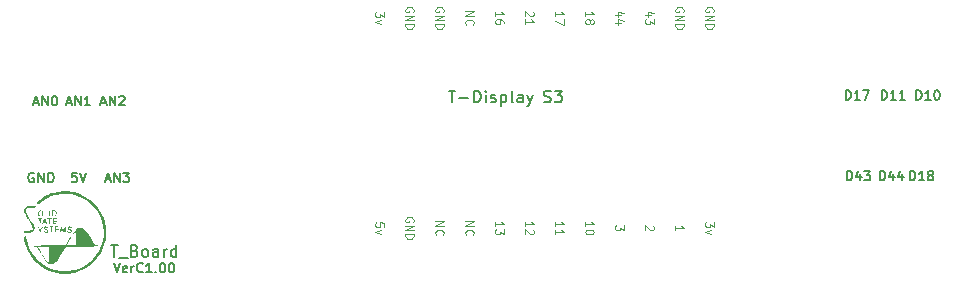
<source format=gbr>
%TF.GenerationSoftware,KiCad,Pcbnew,(7.0.0)*%
%TF.CreationDate,2023-12-04T19:22:37-08:00*%
%TF.ProjectId,Top_Board,546f705f-426f-4617-9264-2e6b69636164,0*%
%TF.SameCoordinates,Original*%
%TF.FileFunction,Legend,Top*%
%TF.FilePolarity,Positive*%
%FSLAX46Y46*%
G04 Gerber Fmt 4.6, Leading zero omitted, Abs format (unit mm)*
G04 Created by KiCad (PCBNEW (7.0.0)) date 2023-12-04 19:22:37*
%MOMM*%
%LPD*%
G01*
G04 APERTURE LIST*
%ADD10C,0.150000*%
%ADD11C,0.100000*%
G04 APERTURE END LIST*
D10*
X114325523Y-94807333D02*
X114706476Y-94807333D01*
X114249333Y-95035904D02*
X114516000Y-94235904D01*
X114516000Y-94235904D02*
X114782666Y-95035904D01*
X115049333Y-95035904D02*
X115049333Y-94235904D01*
X115049333Y-94235904D02*
X115506476Y-95035904D01*
X115506476Y-95035904D02*
X115506476Y-94235904D01*
X116039809Y-94235904D02*
X116115999Y-94235904D01*
X116115999Y-94235904D02*
X116192190Y-94274000D01*
X116192190Y-94274000D02*
X116230285Y-94312095D01*
X116230285Y-94312095D02*
X116268380Y-94388285D01*
X116268380Y-94388285D02*
X116306475Y-94540666D01*
X116306475Y-94540666D02*
X116306475Y-94731142D01*
X116306475Y-94731142D02*
X116268380Y-94883523D01*
X116268380Y-94883523D02*
X116230285Y-94959714D01*
X116230285Y-94959714D02*
X116192190Y-94997809D01*
X116192190Y-94997809D02*
X116115999Y-95035904D01*
X116115999Y-95035904D02*
X116039809Y-95035904D01*
X116039809Y-95035904D02*
X115963618Y-94997809D01*
X115963618Y-94997809D02*
X115925523Y-94959714D01*
X115925523Y-94959714D02*
X115887428Y-94883523D01*
X115887428Y-94883523D02*
X115849332Y-94731142D01*
X115849332Y-94731142D02*
X115849332Y-94540666D01*
X115849332Y-94540666D02*
X115887428Y-94388285D01*
X115887428Y-94388285D02*
X115925523Y-94312095D01*
X115925523Y-94312095D02*
X115963618Y-94274000D01*
X115963618Y-94274000D02*
X116039809Y-94235904D01*
X149447238Y-93778380D02*
X150018666Y-93778380D01*
X149732952Y-94778380D02*
X149732952Y-93778380D01*
X150352000Y-94397428D02*
X151113905Y-94397428D01*
X151590095Y-94778380D02*
X151590095Y-93778380D01*
X151590095Y-93778380D02*
X151828190Y-93778380D01*
X151828190Y-93778380D02*
X151971047Y-93826000D01*
X151971047Y-93826000D02*
X152066285Y-93921238D01*
X152066285Y-93921238D02*
X152113904Y-94016476D01*
X152113904Y-94016476D02*
X152161523Y-94206952D01*
X152161523Y-94206952D02*
X152161523Y-94349809D01*
X152161523Y-94349809D02*
X152113904Y-94540285D01*
X152113904Y-94540285D02*
X152066285Y-94635523D01*
X152066285Y-94635523D02*
X151971047Y-94730761D01*
X151971047Y-94730761D02*
X151828190Y-94778380D01*
X151828190Y-94778380D02*
X151590095Y-94778380D01*
X152590095Y-94778380D02*
X152590095Y-94111714D01*
X152590095Y-93778380D02*
X152542476Y-93826000D01*
X152542476Y-93826000D02*
X152590095Y-93873619D01*
X152590095Y-93873619D02*
X152637714Y-93826000D01*
X152637714Y-93826000D02*
X152590095Y-93778380D01*
X152590095Y-93778380D02*
X152590095Y-93873619D01*
X153018666Y-94730761D02*
X153113904Y-94778380D01*
X153113904Y-94778380D02*
X153304380Y-94778380D01*
X153304380Y-94778380D02*
X153399618Y-94730761D01*
X153399618Y-94730761D02*
X153447237Y-94635523D01*
X153447237Y-94635523D02*
X153447237Y-94587904D01*
X153447237Y-94587904D02*
X153399618Y-94492666D01*
X153399618Y-94492666D02*
X153304380Y-94445047D01*
X153304380Y-94445047D02*
X153161523Y-94445047D01*
X153161523Y-94445047D02*
X153066285Y-94397428D01*
X153066285Y-94397428D02*
X153018666Y-94302190D01*
X153018666Y-94302190D02*
X153018666Y-94254571D01*
X153018666Y-94254571D02*
X153066285Y-94159333D01*
X153066285Y-94159333D02*
X153161523Y-94111714D01*
X153161523Y-94111714D02*
X153304380Y-94111714D01*
X153304380Y-94111714D02*
X153399618Y-94159333D01*
X153875809Y-94111714D02*
X153875809Y-95111714D01*
X153875809Y-94159333D02*
X153971047Y-94111714D01*
X153971047Y-94111714D02*
X154161523Y-94111714D01*
X154161523Y-94111714D02*
X154256761Y-94159333D01*
X154256761Y-94159333D02*
X154304380Y-94206952D01*
X154304380Y-94206952D02*
X154351999Y-94302190D01*
X154351999Y-94302190D02*
X154351999Y-94587904D01*
X154351999Y-94587904D02*
X154304380Y-94683142D01*
X154304380Y-94683142D02*
X154256761Y-94730761D01*
X154256761Y-94730761D02*
X154161523Y-94778380D01*
X154161523Y-94778380D02*
X153971047Y-94778380D01*
X153971047Y-94778380D02*
X153875809Y-94730761D01*
X154923428Y-94778380D02*
X154828190Y-94730761D01*
X154828190Y-94730761D02*
X154780571Y-94635523D01*
X154780571Y-94635523D02*
X154780571Y-93778380D01*
X155732952Y-94778380D02*
X155732952Y-94254571D01*
X155732952Y-94254571D02*
X155685333Y-94159333D01*
X155685333Y-94159333D02*
X155590095Y-94111714D01*
X155590095Y-94111714D02*
X155399619Y-94111714D01*
X155399619Y-94111714D02*
X155304381Y-94159333D01*
X155732952Y-94730761D02*
X155637714Y-94778380D01*
X155637714Y-94778380D02*
X155399619Y-94778380D01*
X155399619Y-94778380D02*
X155304381Y-94730761D01*
X155304381Y-94730761D02*
X155256762Y-94635523D01*
X155256762Y-94635523D02*
X155256762Y-94540285D01*
X155256762Y-94540285D02*
X155304381Y-94445047D01*
X155304381Y-94445047D02*
X155399619Y-94397428D01*
X155399619Y-94397428D02*
X155637714Y-94397428D01*
X155637714Y-94397428D02*
X155732952Y-94349809D01*
X156113905Y-94111714D02*
X156352000Y-94778380D01*
X156590095Y-94111714D02*
X156352000Y-94778380D01*
X156352000Y-94778380D02*
X156256762Y-95016476D01*
X156256762Y-95016476D02*
X156209143Y-95064095D01*
X156209143Y-95064095D02*
X156113905Y-95111714D01*
X157523429Y-94730761D02*
X157666286Y-94778380D01*
X157666286Y-94778380D02*
X157904381Y-94778380D01*
X157904381Y-94778380D02*
X157999619Y-94730761D01*
X157999619Y-94730761D02*
X158047238Y-94683142D01*
X158047238Y-94683142D02*
X158094857Y-94587904D01*
X158094857Y-94587904D02*
X158094857Y-94492666D01*
X158094857Y-94492666D02*
X158047238Y-94397428D01*
X158047238Y-94397428D02*
X157999619Y-94349809D01*
X157999619Y-94349809D02*
X157904381Y-94302190D01*
X157904381Y-94302190D02*
X157713905Y-94254571D01*
X157713905Y-94254571D02*
X157618667Y-94206952D01*
X157618667Y-94206952D02*
X157571048Y-94159333D01*
X157571048Y-94159333D02*
X157523429Y-94064095D01*
X157523429Y-94064095D02*
X157523429Y-93968857D01*
X157523429Y-93968857D02*
X157571048Y-93873619D01*
X157571048Y-93873619D02*
X157618667Y-93826000D01*
X157618667Y-93826000D02*
X157713905Y-93778380D01*
X157713905Y-93778380D02*
X157952000Y-93778380D01*
X157952000Y-93778380D02*
X158094857Y-93826000D01*
X158428191Y-93778380D02*
X159047238Y-93778380D01*
X159047238Y-93778380D02*
X158713905Y-94159333D01*
X158713905Y-94159333D02*
X158856762Y-94159333D01*
X158856762Y-94159333D02*
X158952000Y-94206952D01*
X158952000Y-94206952D02*
X158999619Y-94254571D01*
X158999619Y-94254571D02*
X159047238Y-94349809D01*
X159047238Y-94349809D02*
X159047238Y-94587904D01*
X159047238Y-94587904D02*
X158999619Y-94683142D01*
X158999619Y-94683142D02*
X158952000Y-94730761D01*
X158952000Y-94730761D02*
X158856762Y-94778380D01*
X158856762Y-94778380D02*
X158571048Y-94778380D01*
X158571048Y-94778380D02*
X158475810Y-94730761D01*
X158475810Y-94730761D02*
X158428191Y-94683142D01*
X120421523Y-101284333D02*
X120802476Y-101284333D01*
X120345333Y-101512904D02*
X120612000Y-100712904D01*
X120612000Y-100712904D02*
X120878666Y-101512904D01*
X121145333Y-101512904D02*
X121145333Y-100712904D01*
X121145333Y-100712904D02*
X121602476Y-101512904D01*
X121602476Y-101512904D02*
X121602476Y-100712904D01*
X121907237Y-100712904D02*
X122402475Y-100712904D01*
X122402475Y-100712904D02*
X122135809Y-101017666D01*
X122135809Y-101017666D02*
X122250094Y-101017666D01*
X122250094Y-101017666D02*
X122326285Y-101055761D01*
X122326285Y-101055761D02*
X122364380Y-101093857D01*
X122364380Y-101093857D02*
X122402475Y-101170047D01*
X122402475Y-101170047D02*
X122402475Y-101360523D01*
X122402475Y-101360523D02*
X122364380Y-101436714D01*
X122364380Y-101436714D02*
X122326285Y-101474809D01*
X122326285Y-101474809D02*
X122250094Y-101512904D01*
X122250094Y-101512904D02*
X122021523Y-101512904D01*
X122021523Y-101512904D02*
X121945332Y-101474809D01*
X121945332Y-101474809D02*
X121907237Y-101436714D01*
X188512571Y-101385904D02*
X188512571Y-100585904D01*
X188512571Y-100585904D02*
X188703047Y-100585904D01*
X188703047Y-100585904D02*
X188817333Y-100624000D01*
X188817333Y-100624000D02*
X188893523Y-100700190D01*
X188893523Y-100700190D02*
X188931618Y-100776380D01*
X188931618Y-100776380D02*
X188969714Y-100928761D01*
X188969714Y-100928761D02*
X188969714Y-101043047D01*
X188969714Y-101043047D02*
X188931618Y-101195428D01*
X188931618Y-101195428D02*
X188893523Y-101271619D01*
X188893523Y-101271619D02*
X188817333Y-101347809D01*
X188817333Y-101347809D02*
X188703047Y-101385904D01*
X188703047Y-101385904D02*
X188512571Y-101385904D01*
X189731618Y-101385904D02*
X189274475Y-101385904D01*
X189503047Y-101385904D02*
X189503047Y-100585904D01*
X189503047Y-100585904D02*
X189426856Y-100700190D01*
X189426856Y-100700190D02*
X189350666Y-100776380D01*
X189350666Y-100776380D02*
X189274475Y-100814476D01*
X190188761Y-100928761D02*
X190112571Y-100890666D01*
X190112571Y-100890666D02*
X190074476Y-100852571D01*
X190074476Y-100852571D02*
X190036380Y-100776380D01*
X190036380Y-100776380D02*
X190036380Y-100738285D01*
X190036380Y-100738285D02*
X190074476Y-100662095D01*
X190074476Y-100662095D02*
X190112571Y-100624000D01*
X190112571Y-100624000D02*
X190188761Y-100585904D01*
X190188761Y-100585904D02*
X190341142Y-100585904D01*
X190341142Y-100585904D02*
X190417333Y-100624000D01*
X190417333Y-100624000D02*
X190455428Y-100662095D01*
X190455428Y-100662095D02*
X190493523Y-100738285D01*
X190493523Y-100738285D02*
X190493523Y-100776380D01*
X190493523Y-100776380D02*
X190455428Y-100852571D01*
X190455428Y-100852571D02*
X190417333Y-100890666D01*
X190417333Y-100890666D02*
X190341142Y-100928761D01*
X190341142Y-100928761D02*
X190188761Y-100928761D01*
X190188761Y-100928761D02*
X190112571Y-100966857D01*
X190112571Y-100966857D02*
X190074476Y-101004952D01*
X190074476Y-101004952D02*
X190036380Y-101081142D01*
X190036380Y-101081142D02*
X190036380Y-101233523D01*
X190036380Y-101233523D02*
X190074476Y-101309714D01*
X190074476Y-101309714D02*
X190112571Y-101347809D01*
X190112571Y-101347809D02*
X190188761Y-101385904D01*
X190188761Y-101385904D02*
X190341142Y-101385904D01*
X190341142Y-101385904D02*
X190417333Y-101347809D01*
X190417333Y-101347809D02*
X190455428Y-101309714D01*
X190455428Y-101309714D02*
X190493523Y-101233523D01*
X190493523Y-101233523D02*
X190493523Y-101081142D01*
X190493523Y-101081142D02*
X190455428Y-101004952D01*
X190455428Y-101004952D02*
X190417333Y-100966857D01*
X190417333Y-100966857D02*
X190341142Y-100928761D01*
X121107190Y-108372904D02*
X121373857Y-109172904D01*
X121373857Y-109172904D02*
X121640523Y-108372904D01*
X122211952Y-109134809D02*
X122135761Y-109172904D01*
X122135761Y-109172904D02*
X121983380Y-109172904D01*
X121983380Y-109172904D02*
X121907190Y-109134809D01*
X121907190Y-109134809D02*
X121869094Y-109058619D01*
X121869094Y-109058619D02*
X121869094Y-108753857D01*
X121869094Y-108753857D02*
X121907190Y-108677666D01*
X121907190Y-108677666D02*
X121983380Y-108639571D01*
X121983380Y-108639571D02*
X122135761Y-108639571D01*
X122135761Y-108639571D02*
X122211952Y-108677666D01*
X122211952Y-108677666D02*
X122250047Y-108753857D01*
X122250047Y-108753857D02*
X122250047Y-108830047D01*
X122250047Y-108830047D02*
X121869094Y-108906238D01*
X122592904Y-109172904D02*
X122592904Y-108639571D01*
X122592904Y-108791952D02*
X122630999Y-108715761D01*
X122630999Y-108715761D02*
X122669094Y-108677666D01*
X122669094Y-108677666D02*
X122745285Y-108639571D01*
X122745285Y-108639571D02*
X122821475Y-108639571D01*
X123545285Y-109096714D02*
X123507189Y-109134809D01*
X123507189Y-109134809D02*
X123392904Y-109172904D01*
X123392904Y-109172904D02*
X123316713Y-109172904D01*
X123316713Y-109172904D02*
X123202427Y-109134809D01*
X123202427Y-109134809D02*
X123126237Y-109058619D01*
X123126237Y-109058619D02*
X123088142Y-108982428D01*
X123088142Y-108982428D02*
X123050046Y-108830047D01*
X123050046Y-108830047D02*
X123050046Y-108715761D01*
X123050046Y-108715761D02*
X123088142Y-108563380D01*
X123088142Y-108563380D02*
X123126237Y-108487190D01*
X123126237Y-108487190D02*
X123202427Y-108411000D01*
X123202427Y-108411000D02*
X123316713Y-108372904D01*
X123316713Y-108372904D02*
X123392904Y-108372904D01*
X123392904Y-108372904D02*
X123507189Y-108411000D01*
X123507189Y-108411000D02*
X123545285Y-108449095D01*
X124307189Y-109172904D02*
X123850046Y-109172904D01*
X124078618Y-109172904D02*
X124078618Y-108372904D01*
X124078618Y-108372904D02*
X124002427Y-108487190D01*
X124002427Y-108487190D02*
X123926237Y-108563380D01*
X123926237Y-108563380D02*
X123850046Y-108601476D01*
X124650047Y-109096714D02*
X124688142Y-109134809D01*
X124688142Y-109134809D02*
X124650047Y-109172904D01*
X124650047Y-109172904D02*
X124611951Y-109134809D01*
X124611951Y-109134809D02*
X124650047Y-109096714D01*
X124650047Y-109096714D02*
X124650047Y-109172904D01*
X125183380Y-108372904D02*
X125259570Y-108372904D01*
X125259570Y-108372904D02*
X125335761Y-108411000D01*
X125335761Y-108411000D02*
X125373856Y-108449095D01*
X125373856Y-108449095D02*
X125411951Y-108525285D01*
X125411951Y-108525285D02*
X125450046Y-108677666D01*
X125450046Y-108677666D02*
X125450046Y-108868142D01*
X125450046Y-108868142D02*
X125411951Y-109020523D01*
X125411951Y-109020523D02*
X125373856Y-109096714D01*
X125373856Y-109096714D02*
X125335761Y-109134809D01*
X125335761Y-109134809D02*
X125259570Y-109172904D01*
X125259570Y-109172904D02*
X125183380Y-109172904D01*
X125183380Y-109172904D02*
X125107189Y-109134809D01*
X125107189Y-109134809D02*
X125069094Y-109096714D01*
X125069094Y-109096714D02*
X125030999Y-109020523D01*
X125030999Y-109020523D02*
X124992903Y-108868142D01*
X124992903Y-108868142D02*
X124992903Y-108677666D01*
X124992903Y-108677666D02*
X125030999Y-108525285D01*
X125030999Y-108525285D02*
X125069094Y-108449095D01*
X125069094Y-108449095D02*
X125107189Y-108411000D01*
X125107189Y-108411000D02*
X125183380Y-108372904D01*
X125945285Y-108372904D02*
X126021475Y-108372904D01*
X126021475Y-108372904D02*
X126097666Y-108411000D01*
X126097666Y-108411000D02*
X126135761Y-108449095D01*
X126135761Y-108449095D02*
X126173856Y-108525285D01*
X126173856Y-108525285D02*
X126211951Y-108677666D01*
X126211951Y-108677666D02*
X126211951Y-108868142D01*
X126211951Y-108868142D02*
X126173856Y-109020523D01*
X126173856Y-109020523D02*
X126135761Y-109096714D01*
X126135761Y-109096714D02*
X126097666Y-109134809D01*
X126097666Y-109134809D02*
X126021475Y-109172904D01*
X126021475Y-109172904D02*
X125945285Y-109172904D01*
X125945285Y-109172904D02*
X125869094Y-109134809D01*
X125869094Y-109134809D02*
X125830999Y-109096714D01*
X125830999Y-109096714D02*
X125792904Y-109020523D01*
X125792904Y-109020523D02*
X125754808Y-108868142D01*
X125754808Y-108868142D02*
X125754808Y-108677666D01*
X125754808Y-108677666D02*
X125792904Y-108525285D01*
X125792904Y-108525285D02*
X125830999Y-108449095D01*
X125830999Y-108449095D02*
X125869094Y-108411000D01*
X125869094Y-108411000D02*
X125945285Y-108372904D01*
X114325476Y-100751000D02*
X114249286Y-100712904D01*
X114249286Y-100712904D02*
X114135000Y-100712904D01*
X114135000Y-100712904D02*
X114020714Y-100751000D01*
X114020714Y-100751000D02*
X113944524Y-100827190D01*
X113944524Y-100827190D02*
X113906429Y-100903380D01*
X113906429Y-100903380D02*
X113868333Y-101055761D01*
X113868333Y-101055761D02*
X113868333Y-101170047D01*
X113868333Y-101170047D02*
X113906429Y-101322428D01*
X113906429Y-101322428D02*
X113944524Y-101398619D01*
X113944524Y-101398619D02*
X114020714Y-101474809D01*
X114020714Y-101474809D02*
X114135000Y-101512904D01*
X114135000Y-101512904D02*
X114211191Y-101512904D01*
X114211191Y-101512904D02*
X114325476Y-101474809D01*
X114325476Y-101474809D02*
X114363572Y-101436714D01*
X114363572Y-101436714D02*
X114363572Y-101170047D01*
X114363572Y-101170047D02*
X114211191Y-101170047D01*
X114706429Y-101512904D02*
X114706429Y-100712904D01*
X114706429Y-100712904D02*
X115163572Y-101512904D01*
X115163572Y-101512904D02*
X115163572Y-100712904D01*
X115544524Y-101512904D02*
X115544524Y-100712904D01*
X115544524Y-100712904D02*
X115735000Y-100712904D01*
X115735000Y-100712904D02*
X115849286Y-100751000D01*
X115849286Y-100751000D02*
X115925476Y-100827190D01*
X115925476Y-100827190D02*
X115963571Y-100903380D01*
X115963571Y-100903380D02*
X116001667Y-101055761D01*
X116001667Y-101055761D02*
X116001667Y-101170047D01*
X116001667Y-101170047D02*
X115963571Y-101322428D01*
X115963571Y-101322428D02*
X115925476Y-101398619D01*
X115925476Y-101398619D02*
X115849286Y-101474809D01*
X115849286Y-101474809D02*
X115735000Y-101512904D01*
X115735000Y-101512904D02*
X115544524Y-101512904D01*
X189035571Y-94549904D02*
X189035571Y-93749904D01*
X189035571Y-93749904D02*
X189226047Y-93749904D01*
X189226047Y-93749904D02*
X189340333Y-93788000D01*
X189340333Y-93788000D02*
X189416523Y-93864190D01*
X189416523Y-93864190D02*
X189454618Y-93940380D01*
X189454618Y-93940380D02*
X189492714Y-94092761D01*
X189492714Y-94092761D02*
X189492714Y-94207047D01*
X189492714Y-94207047D02*
X189454618Y-94359428D01*
X189454618Y-94359428D02*
X189416523Y-94435619D01*
X189416523Y-94435619D02*
X189340333Y-94511809D01*
X189340333Y-94511809D02*
X189226047Y-94549904D01*
X189226047Y-94549904D02*
X189035571Y-94549904D01*
X190254618Y-94549904D02*
X189797475Y-94549904D01*
X190026047Y-94549904D02*
X190026047Y-93749904D01*
X190026047Y-93749904D02*
X189949856Y-93864190D01*
X189949856Y-93864190D02*
X189873666Y-93940380D01*
X189873666Y-93940380D02*
X189797475Y-93978476D01*
X190749857Y-93749904D02*
X190826047Y-93749904D01*
X190826047Y-93749904D02*
X190902238Y-93788000D01*
X190902238Y-93788000D02*
X190940333Y-93826095D01*
X190940333Y-93826095D02*
X190978428Y-93902285D01*
X190978428Y-93902285D02*
X191016523Y-94054666D01*
X191016523Y-94054666D02*
X191016523Y-94245142D01*
X191016523Y-94245142D02*
X190978428Y-94397523D01*
X190978428Y-94397523D02*
X190940333Y-94473714D01*
X190940333Y-94473714D02*
X190902238Y-94511809D01*
X190902238Y-94511809D02*
X190826047Y-94549904D01*
X190826047Y-94549904D02*
X190749857Y-94549904D01*
X190749857Y-94549904D02*
X190673666Y-94511809D01*
X190673666Y-94511809D02*
X190635571Y-94473714D01*
X190635571Y-94473714D02*
X190597476Y-94397523D01*
X190597476Y-94397523D02*
X190559380Y-94245142D01*
X190559380Y-94245142D02*
X190559380Y-94054666D01*
X190559380Y-94054666D02*
X190597476Y-93902285D01*
X190597476Y-93902285D02*
X190635571Y-93826095D01*
X190635571Y-93826095D02*
X190673666Y-93788000D01*
X190673666Y-93788000D02*
X190749857Y-93749904D01*
X117957619Y-100712904D02*
X117576667Y-100712904D01*
X117576667Y-100712904D02*
X117538571Y-101093857D01*
X117538571Y-101093857D02*
X117576667Y-101055761D01*
X117576667Y-101055761D02*
X117652857Y-101017666D01*
X117652857Y-101017666D02*
X117843333Y-101017666D01*
X117843333Y-101017666D02*
X117919524Y-101055761D01*
X117919524Y-101055761D02*
X117957619Y-101093857D01*
X117957619Y-101093857D02*
X117995714Y-101170047D01*
X117995714Y-101170047D02*
X117995714Y-101360523D01*
X117995714Y-101360523D02*
X117957619Y-101436714D01*
X117957619Y-101436714D02*
X117919524Y-101474809D01*
X117919524Y-101474809D02*
X117843333Y-101512904D01*
X117843333Y-101512904D02*
X117652857Y-101512904D01*
X117652857Y-101512904D02*
X117576667Y-101474809D01*
X117576667Y-101474809D02*
X117538571Y-101436714D01*
X118224286Y-100712904D02*
X118490953Y-101512904D01*
X118490953Y-101512904D02*
X118757619Y-100712904D01*
X183066571Y-94549904D02*
X183066571Y-93749904D01*
X183066571Y-93749904D02*
X183257047Y-93749904D01*
X183257047Y-93749904D02*
X183371333Y-93788000D01*
X183371333Y-93788000D02*
X183447523Y-93864190D01*
X183447523Y-93864190D02*
X183485618Y-93940380D01*
X183485618Y-93940380D02*
X183523714Y-94092761D01*
X183523714Y-94092761D02*
X183523714Y-94207047D01*
X183523714Y-94207047D02*
X183485618Y-94359428D01*
X183485618Y-94359428D02*
X183447523Y-94435619D01*
X183447523Y-94435619D02*
X183371333Y-94511809D01*
X183371333Y-94511809D02*
X183257047Y-94549904D01*
X183257047Y-94549904D02*
X183066571Y-94549904D01*
X184285618Y-94549904D02*
X183828475Y-94549904D01*
X184057047Y-94549904D02*
X184057047Y-93749904D01*
X184057047Y-93749904D02*
X183980856Y-93864190D01*
X183980856Y-93864190D02*
X183904666Y-93940380D01*
X183904666Y-93940380D02*
X183828475Y-93978476D01*
X184552285Y-93749904D02*
X185085619Y-93749904D01*
X185085619Y-93749904D02*
X184742761Y-94549904D01*
X120872238Y-106859380D02*
X121443666Y-106859380D01*
X121157952Y-107859380D02*
X121157952Y-106859380D01*
X121538905Y-107954619D02*
X122300809Y-107954619D01*
X122872238Y-107335571D02*
X123015095Y-107383190D01*
X123015095Y-107383190D02*
X123062714Y-107430809D01*
X123062714Y-107430809D02*
X123110333Y-107526047D01*
X123110333Y-107526047D02*
X123110333Y-107668904D01*
X123110333Y-107668904D02*
X123062714Y-107764142D01*
X123062714Y-107764142D02*
X123015095Y-107811761D01*
X123015095Y-107811761D02*
X122919857Y-107859380D01*
X122919857Y-107859380D02*
X122538905Y-107859380D01*
X122538905Y-107859380D02*
X122538905Y-106859380D01*
X122538905Y-106859380D02*
X122872238Y-106859380D01*
X122872238Y-106859380D02*
X122967476Y-106907000D01*
X122967476Y-106907000D02*
X123015095Y-106954619D01*
X123015095Y-106954619D02*
X123062714Y-107049857D01*
X123062714Y-107049857D02*
X123062714Y-107145095D01*
X123062714Y-107145095D02*
X123015095Y-107240333D01*
X123015095Y-107240333D02*
X122967476Y-107287952D01*
X122967476Y-107287952D02*
X122872238Y-107335571D01*
X122872238Y-107335571D02*
X122538905Y-107335571D01*
X123681762Y-107859380D02*
X123586524Y-107811761D01*
X123586524Y-107811761D02*
X123538905Y-107764142D01*
X123538905Y-107764142D02*
X123491286Y-107668904D01*
X123491286Y-107668904D02*
X123491286Y-107383190D01*
X123491286Y-107383190D02*
X123538905Y-107287952D01*
X123538905Y-107287952D02*
X123586524Y-107240333D01*
X123586524Y-107240333D02*
X123681762Y-107192714D01*
X123681762Y-107192714D02*
X123824619Y-107192714D01*
X123824619Y-107192714D02*
X123919857Y-107240333D01*
X123919857Y-107240333D02*
X123967476Y-107287952D01*
X123967476Y-107287952D02*
X124015095Y-107383190D01*
X124015095Y-107383190D02*
X124015095Y-107668904D01*
X124015095Y-107668904D02*
X123967476Y-107764142D01*
X123967476Y-107764142D02*
X123919857Y-107811761D01*
X123919857Y-107811761D02*
X123824619Y-107859380D01*
X123824619Y-107859380D02*
X123681762Y-107859380D01*
X124872238Y-107859380D02*
X124872238Y-107335571D01*
X124872238Y-107335571D02*
X124824619Y-107240333D01*
X124824619Y-107240333D02*
X124729381Y-107192714D01*
X124729381Y-107192714D02*
X124538905Y-107192714D01*
X124538905Y-107192714D02*
X124443667Y-107240333D01*
X124872238Y-107811761D02*
X124777000Y-107859380D01*
X124777000Y-107859380D02*
X124538905Y-107859380D01*
X124538905Y-107859380D02*
X124443667Y-107811761D01*
X124443667Y-107811761D02*
X124396048Y-107716523D01*
X124396048Y-107716523D02*
X124396048Y-107621285D01*
X124396048Y-107621285D02*
X124443667Y-107526047D01*
X124443667Y-107526047D02*
X124538905Y-107478428D01*
X124538905Y-107478428D02*
X124777000Y-107478428D01*
X124777000Y-107478428D02*
X124872238Y-107430809D01*
X125348429Y-107859380D02*
X125348429Y-107192714D01*
X125348429Y-107383190D02*
X125396048Y-107287952D01*
X125396048Y-107287952D02*
X125443667Y-107240333D01*
X125443667Y-107240333D02*
X125538905Y-107192714D01*
X125538905Y-107192714D02*
X125634143Y-107192714D01*
X126396048Y-107859380D02*
X126396048Y-106859380D01*
X126396048Y-107811761D02*
X126300810Y-107859380D01*
X126300810Y-107859380D02*
X126110334Y-107859380D01*
X126110334Y-107859380D02*
X126015096Y-107811761D01*
X126015096Y-107811761D02*
X125967477Y-107764142D01*
X125967477Y-107764142D02*
X125919858Y-107668904D01*
X125919858Y-107668904D02*
X125919858Y-107383190D01*
X125919858Y-107383190D02*
X125967477Y-107287952D01*
X125967477Y-107287952D02*
X126015096Y-107240333D01*
X126015096Y-107240333D02*
X126110334Y-107192714D01*
X126110334Y-107192714D02*
X126300810Y-107192714D01*
X126300810Y-107192714D02*
X126396048Y-107240333D01*
X186114571Y-94549904D02*
X186114571Y-93749904D01*
X186114571Y-93749904D02*
X186305047Y-93749904D01*
X186305047Y-93749904D02*
X186419333Y-93788000D01*
X186419333Y-93788000D02*
X186495523Y-93864190D01*
X186495523Y-93864190D02*
X186533618Y-93940380D01*
X186533618Y-93940380D02*
X186571714Y-94092761D01*
X186571714Y-94092761D02*
X186571714Y-94207047D01*
X186571714Y-94207047D02*
X186533618Y-94359428D01*
X186533618Y-94359428D02*
X186495523Y-94435619D01*
X186495523Y-94435619D02*
X186419333Y-94511809D01*
X186419333Y-94511809D02*
X186305047Y-94549904D01*
X186305047Y-94549904D02*
X186114571Y-94549904D01*
X187333618Y-94549904D02*
X186876475Y-94549904D01*
X187105047Y-94549904D02*
X187105047Y-93749904D01*
X187105047Y-93749904D02*
X187028856Y-93864190D01*
X187028856Y-93864190D02*
X186952666Y-93940380D01*
X186952666Y-93940380D02*
X186876475Y-93978476D01*
X188095523Y-94549904D02*
X187638380Y-94549904D01*
X187866952Y-94549904D02*
X187866952Y-93749904D01*
X187866952Y-93749904D02*
X187790761Y-93864190D01*
X187790761Y-93864190D02*
X187714571Y-93940380D01*
X187714571Y-93940380D02*
X187638380Y-93978476D01*
X183178571Y-101385904D02*
X183178571Y-100585904D01*
X183178571Y-100585904D02*
X183369047Y-100585904D01*
X183369047Y-100585904D02*
X183483333Y-100624000D01*
X183483333Y-100624000D02*
X183559523Y-100700190D01*
X183559523Y-100700190D02*
X183597618Y-100776380D01*
X183597618Y-100776380D02*
X183635714Y-100928761D01*
X183635714Y-100928761D02*
X183635714Y-101043047D01*
X183635714Y-101043047D02*
X183597618Y-101195428D01*
X183597618Y-101195428D02*
X183559523Y-101271619D01*
X183559523Y-101271619D02*
X183483333Y-101347809D01*
X183483333Y-101347809D02*
X183369047Y-101385904D01*
X183369047Y-101385904D02*
X183178571Y-101385904D01*
X184321428Y-100852571D02*
X184321428Y-101385904D01*
X184130952Y-100547809D02*
X183940475Y-101119238D01*
X183940475Y-101119238D02*
X184435714Y-101119238D01*
X184664285Y-100585904D02*
X185159523Y-100585904D01*
X185159523Y-100585904D02*
X184892857Y-100890666D01*
X184892857Y-100890666D02*
X185007142Y-100890666D01*
X185007142Y-100890666D02*
X185083333Y-100928761D01*
X185083333Y-100928761D02*
X185121428Y-100966857D01*
X185121428Y-100966857D02*
X185159523Y-101043047D01*
X185159523Y-101043047D02*
X185159523Y-101233523D01*
X185159523Y-101233523D02*
X185121428Y-101309714D01*
X185121428Y-101309714D02*
X185083333Y-101347809D01*
X185083333Y-101347809D02*
X185007142Y-101385904D01*
X185007142Y-101385904D02*
X184778571Y-101385904D01*
X184778571Y-101385904D02*
X184702380Y-101347809D01*
X184702380Y-101347809D02*
X184664285Y-101309714D01*
X120040523Y-94807333D02*
X120421476Y-94807333D01*
X119964333Y-95035904D02*
X120231000Y-94235904D01*
X120231000Y-94235904D02*
X120497666Y-95035904D01*
X120764333Y-95035904D02*
X120764333Y-94235904D01*
X120764333Y-94235904D02*
X121221476Y-95035904D01*
X121221476Y-95035904D02*
X121221476Y-94235904D01*
X121564332Y-94312095D02*
X121602428Y-94274000D01*
X121602428Y-94274000D02*
X121678618Y-94235904D01*
X121678618Y-94235904D02*
X121869094Y-94235904D01*
X121869094Y-94235904D02*
X121945285Y-94274000D01*
X121945285Y-94274000D02*
X121983380Y-94312095D01*
X121983380Y-94312095D02*
X122021475Y-94388285D01*
X122021475Y-94388285D02*
X122021475Y-94464476D01*
X122021475Y-94464476D02*
X121983380Y-94578761D01*
X121983380Y-94578761D02*
X121526237Y-95035904D01*
X121526237Y-95035904D02*
X122021475Y-95035904D01*
X185972571Y-101385904D02*
X185972571Y-100585904D01*
X185972571Y-100585904D02*
X186163047Y-100585904D01*
X186163047Y-100585904D02*
X186277333Y-100624000D01*
X186277333Y-100624000D02*
X186353523Y-100700190D01*
X186353523Y-100700190D02*
X186391618Y-100776380D01*
X186391618Y-100776380D02*
X186429714Y-100928761D01*
X186429714Y-100928761D02*
X186429714Y-101043047D01*
X186429714Y-101043047D02*
X186391618Y-101195428D01*
X186391618Y-101195428D02*
X186353523Y-101271619D01*
X186353523Y-101271619D02*
X186277333Y-101347809D01*
X186277333Y-101347809D02*
X186163047Y-101385904D01*
X186163047Y-101385904D02*
X185972571Y-101385904D01*
X187115428Y-100852571D02*
X187115428Y-101385904D01*
X186924952Y-100547809D02*
X186734475Y-101119238D01*
X186734475Y-101119238D02*
X187229714Y-101119238D01*
X187877333Y-100852571D02*
X187877333Y-101385904D01*
X187686857Y-100547809D02*
X187496380Y-101119238D01*
X187496380Y-101119238D02*
X187991619Y-101119238D01*
X117119523Y-94807333D02*
X117500476Y-94807333D01*
X117043333Y-95035904D02*
X117310000Y-94235904D01*
X117310000Y-94235904D02*
X117576666Y-95035904D01*
X117843333Y-95035904D02*
X117843333Y-94235904D01*
X117843333Y-94235904D02*
X118300476Y-95035904D01*
X118300476Y-95035904D02*
X118300476Y-94235904D01*
X119100475Y-95035904D02*
X118643332Y-95035904D01*
X118871904Y-95035904D02*
X118871904Y-94235904D01*
X118871904Y-94235904D02*
X118795713Y-94350190D01*
X118795713Y-94350190D02*
X118719523Y-94426380D01*
X118719523Y-94426380D02*
X118643332Y-94464476D01*
D11*
%TO.C,U1*%
X148332833Y-104860000D02*
X149032833Y-104860000D01*
X149032833Y-104860000D02*
X148332833Y-105260000D01*
X148332833Y-105260000D02*
X149032833Y-105260000D01*
X148399500Y-105993333D02*
X148366166Y-105960000D01*
X148366166Y-105960000D02*
X148332833Y-105860000D01*
X148332833Y-105860000D02*
X148332833Y-105793333D01*
X148332833Y-105793333D02*
X148366166Y-105693333D01*
X148366166Y-105693333D02*
X148432833Y-105626667D01*
X148432833Y-105626667D02*
X148499500Y-105593333D01*
X148499500Y-105593333D02*
X148632833Y-105560000D01*
X148632833Y-105560000D02*
X148732833Y-105560000D01*
X148732833Y-105560000D02*
X148866166Y-105593333D01*
X148866166Y-105593333D02*
X148932833Y-105626667D01*
X148932833Y-105626667D02*
X148999500Y-105693333D01*
X148999500Y-105693333D02*
X149032833Y-105793333D01*
X149032833Y-105793333D02*
X149032833Y-105860000D01*
X149032833Y-105860000D02*
X148999500Y-105960000D01*
X148999500Y-105960000D02*
X148966166Y-105993333D01*
X146459500Y-104876667D02*
X146492833Y-104810000D01*
X146492833Y-104810000D02*
X146492833Y-104710000D01*
X146492833Y-104710000D02*
X146459500Y-104610000D01*
X146459500Y-104610000D02*
X146392833Y-104543334D01*
X146392833Y-104543334D02*
X146326166Y-104510000D01*
X146326166Y-104510000D02*
X146192833Y-104476667D01*
X146192833Y-104476667D02*
X146092833Y-104476667D01*
X146092833Y-104476667D02*
X145959500Y-104510000D01*
X145959500Y-104510000D02*
X145892833Y-104543334D01*
X145892833Y-104543334D02*
X145826166Y-104610000D01*
X145826166Y-104610000D02*
X145792833Y-104710000D01*
X145792833Y-104710000D02*
X145792833Y-104776667D01*
X145792833Y-104776667D02*
X145826166Y-104876667D01*
X145826166Y-104876667D02*
X145859500Y-104910000D01*
X145859500Y-104910000D02*
X146092833Y-104910000D01*
X146092833Y-104910000D02*
X146092833Y-104776667D01*
X145792833Y-105210000D02*
X146492833Y-105210000D01*
X146492833Y-105210000D02*
X145792833Y-105610000D01*
X145792833Y-105610000D02*
X146492833Y-105610000D01*
X145792833Y-105943333D02*
X146492833Y-105943333D01*
X146492833Y-105943333D02*
X146492833Y-106110000D01*
X146492833Y-106110000D02*
X146459500Y-106210000D01*
X146459500Y-106210000D02*
X146392833Y-106276667D01*
X146392833Y-106276667D02*
X146326166Y-106310000D01*
X146326166Y-106310000D02*
X146192833Y-106343333D01*
X146192833Y-106343333D02*
X146092833Y-106343333D01*
X146092833Y-106343333D02*
X145959500Y-106310000D01*
X145959500Y-106310000D02*
X145892833Y-106276667D01*
X145892833Y-106276667D02*
X145826166Y-106210000D01*
X145826166Y-106210000D02*
X145792833Y-106110000D01*
X145792833Y-106110000D02*
X145792833Y-105943333D01*
X161032833Y-87482284D02*
X161032833Y-87082284D01*
X161032833Y-87282284D02*
X161732833Y-87282284D01*
X161732833Y-87282284D02*
X161632833Y-87215617D01*
X161632833Y-87215617D02*
X161566166Y-87148951D01*
X161566166Y-87148951D02*
X161532833Y-87082284D01*
X161432833Y-87882284D02*
X161466166Y-87815618D01*
X161466166Y-87815618D02*
X161499500Y-87782284D01*
X161499500Y-87782284D02*
X161566166Y-87748951D01*
X161566166Y-87748951D02*
X161599500Y-87748951D01*
X161599500Y-87748951D02*
X161666166Y-87782284D01*
X161666166Y-87782284D02*
X161699500Y-87815618D01*
X161699500Y-87815618D02*
X161732833Y-87882284D01*
X161732833Y-87882284D02*
X161732833Y-88015618D01*
X161732833Y-88015618D02*
X161699500Y-88082284D01*
X161699500Y-88082284D02*
X161666166Y-88115618D01*
X161666166Y-88115618D02*
X161599500Y-88148951D01*
X161599500Y-88148951D02*
X161566166Y-88148951D01*
X161566166Y-88148951D02*
X161499500Y-88115618D01*
X161499500Y-88115618D02*
X161466166Y-88082284D01*
X161466166Y-88082284D02*
X161432833Y-88015618D01*
X161432833Y-88015618D02*
X161432833Y-87882284D01*
X161432833Y-87882284D02*
X161399500Y-87815618D01*
X161399500Y-87815618D02*
X161366166Y-87782284D01*
X161366166Y-87782284D02*
X161299500Y-87748951D01*
X161299500Y-87748951D02*
X161166166Y-87748951D01*
X161166166Y-87748951D02*
X161099500Y-87782284D01*
X161099500Y-87782284D02*
X161066166Y-87815618D01*
X161066166Y-87815618D02*
X161032833Y-87882284D01*
X161032833Y-87882284D02*
X161032833Y-88015618D01*
X161032833Y-88015618D02*
X161066166Y-88082284D01*
X161066166Y-88082284D02*
X161099500Y-88115618D01*
X161099500Y-88115618D02*
X161166166Y-88148951D01*
X161166166Y-88148951D02*
X161299500Y-88148951D01*
X161299500Y-88148951D02*
X161366166Y-88115618D01*
X161366166Y-88115618D02*
X161399500Y-88082284D01*
X161399500Y-88082284D02*
X161432833Y-88015618D01*
X156586166Y-87082284D02*
X156619500Y-87115617D01*
X156619500Y-87115617D02*
X156652833Y-87182284D01*
X156652833Y-87182284D02*
X156652833Y-87348951D01*
X156652833Y-87348951D02*
X156619500Y-87415617D01*
X156619500Y-87415617D02*
X156586166Y-87448951D01*
X156586166Y-87448951D02*
X156519500Y-87482284D01*
X156519500Y-87482284D02*
X156452833Y-87482284D01*
X156452833Y-87482284D02*
X156352833Y-87448951D01*
X156352833Y-87448951D02*
X155952833Y-87048951D01*
X155952833Y-87048951D02*
X155952833Y-87482284D01*
X155952833Y-88148951D02*
X155952833Y-87748951D01*
X155952833Y-87948951D02*
X156652833Y-87948951D01*
X156652833Y-87948951D02*
X156552833Y-87882284D01*
X156552833Y-87882284D02*
X156486166Y-87815618D01*
X156486166Y-87815618D02*
X156452833Y-87748951D01*
X169319500Y-87096667D02*
X169352833Y-87030000D01*
X169352833Y-87030000D02*
X169352833Y-86930000D01*
X169352833Y-86930000D02*
X169319500Y-86830000D01*
X169319500Y-86830000D02*
X169252833Y-86763334D01*
X169252833Y-86763334D02*
X169186166Y-86730000D01*
X169186166Y-86730000D02*
X169052833Y-86696667D01*
X169052833Y-86696667D02*
X168952833Y-86696667D01*
X168952833Y-86696667D02*
X168819500Y-86730000D01*
X168819500Y-86730000D02*
X168752833Y-86763334D01*
X168752833Y-86763334D02*
X168686166Y-86830000D01*
X168686166Y-86830000D02*
X168652833Y-86930000D01*
X168652833Y-86930000D02*
X168652833Y-86996667D01*
X168652833Y-86996667D02*
X168686166Y-87096667D01*
X168686166Y-87096667D02*
X168719500Y-87130000D01*
X168719500Y-87130000D02*
X168952833Y-87130000D01*
X168952833Y-87130000D02*
X168952833Y-86996667D01*
X168652833Y-87430000D02*
X169352833Y-87430000D01*
X169352833Y-87430000D02*
X168652833Y-87830000D01*
X168652833Y-87830000D02*
X169352833Y-87830000D01*
X168652833Y-88163333D02*
X169352833Y-88163333D01*
X169352833Y-88163333D02*
X169352833Y-88330000D01*
X169352833Y-88330000D02*
X169319500Y-88430000D01*
X169319500Y-88430000D02*
X169252833Y-88496667D01*
X169252833Y-88496667D02*
X169186166Y-88530000D01*
X169186166Y-88530000D02*
X169052833Y-88563333D01*
X169052833Y-88563333D02*
X168952833Y-88563333D01*
X168952833Y-88563333D02*
X168819500Y-88530000D01*
X168819500Y-88530000D02*
X168752833Y-88496667D01*
X168752833Y-88496667D02*
X168686166Y-88430000D01*
X168686166Y-88430000D02*
X168652833Y-88330000D01*
X168652833Y-88330000D02*
X168652833Y-88163333D01*
X158492833Y-87482284D02*
X158492833Y-87082284D01*
X158492833Y-87282284D02*
X159192833Y-87282284D01*
X159192833Y-87282284D02*
X159092833Y-87215617D01*
X159092833Y-87215617D02*
X159026166Y-87148951D01*
X159026166Y-87148951D02*
X158992833Y-87082284D01*
X159192833Y-87715618D02*
X159192833Y-88182284D01*
X159192833Y-88182284D02*
X158492833Y-87882284D01*
X158492833Y-105276666D02*
X158492833Y-104876666D01*
X158492833Y-105076666D02*
X159192833Y-105076666D01*
X159192833Y-105076666D02*
X159092833Y-105009999D01*
X159092833Y-105009999D02*
X159026166Y-104943333D01*
X159026166Y-104943333D02*
X158992833Y-104876666D01*
X158492833Y-105943333D02*
X158492833Y-105543333D01*
X158492833Y-105743333D02*
X159192833Y-105743333D01*
X159192833Y-105743333D02*
X159092833Y-105676666D01*
X159092833Y-105676666D02*
X159026166Y-105610000D01*
X159026166Y-105610000D02*
X158992833Y-105543333D01*
X153412833Y-105276666D02*
X153412833Y-104876666D01*
X153412833Y-105076666D02*
X154112833Y-105076666D01*
X154112833Y-105076666D02*
X154012833Y-105009999D01*
X154012833Y-105009999D02*
X153946166Y-104943333D01*
X153946166Y-104943333D02*
X153912833Y-104876666D01*
X154112833Y-105510000D02*
X154112833Y-105943333D01*
X154112833Y-105943333D02*
X153846166Y-105710000D01*
X153846166Y-105710000D02*
X153846166Y-105810000D01*
X153846166Y-105810000D02*
X153812833Y-105876666D01*
X153812833Y-105876666D02*
X153779500Y-105910000D01*
X153779500Y-105910000D02*
X153712833Y-105943333D01*
X153712833Y-105943333D02*
X153546166Y-105943333D01*
X153546166Y-105943333D02*
X153479500Y-105910000D01*
X153479500Y-105910000D02*
X153446166Y-105876666D01*
X153446166Y-105876666D02*
X153412833Y-105810000D01*
X153412833Y-105810000D02*
X153412833Y-105610000D01*
X153412833Y-105610000D02*
X153446166Y-105543333D01*
X153446166Y-105543333D02*
X153479500Y-105510000D01*
X166579500Y-87415617D02*
X166112833Y-87415617D01*
X166846166Y-87248951D02*
X166346166Y-87082284D01*
X166346166Y-87082284D02*
X166346166Y-87515617D01*
X166812833Y-87715618D02*
X166812833Y-88148951D01*
X166812833Y-88148951D02*
X166546166Y-87915618D01*
X166546166Y-87915618D02*
X166546166Y-88015618D01*
X166546166Y-88015618D02*
X166512833Y-88082284D01*
X166512833Y-88082284D02*
X166479500Y-88115618D01*
X166479500Y-88115618D02*
X166412833Y-88148951D01*
X166412833Y-88148951D02*
X166246166Y-88148951D01*
X166246166Y-88148951D02*
X166179500Y-88115618D01*
X166179500Y-88115618D02*
X166146166Y-88082284D01*
X166146166Y-88082284D02*
X166112833Y-88015618D01*
X166112833Y-88015618D02*
X166112833Y-87815618D01*
X166112833Y-87815618D02*
X166146166Y-87748951D01*
X166146166Y-87748951D02*
X166179500Y-87715618D01*
X150872833Y-87065618D02*
X151572833Y-87065618D01*
X151572833Y-87065618D02*
X150872833Y-87465618D01*
X150872833Y-87465618D02*
X151572833Y-87465618D01*
X150939500Y-88198951D02*
X150906166Y-88165618D01*
X150906166Y-88165618D02*
X150872833Y-88065618D01*
X150872833Y-88065618D02*
X150872833Y-87998951D01*
X150872833Y-87998951D02*
X150906166Y-87898951D01*
X150906166Y-87898951D02*
X150972833Y-87832285D01*
X150972833Y-87832285D02*
X151039500Y-87798951D01*
X151039500Y-87798951D02*
X151172833Y-87765618D01*
X151172833Y-87765618D02*
X151272833Y-87765618D01*
X151272833Y-87765618D02*
X151406166Y-87798951D01*
X151406166Y-87798951D02*
X151472833Y-87832285D01*
X151472833Y-87832285D02*
X151539500Y-87898951D01*
X151539500Y-87898951D02*
X151572833Y-87998951D01*
X151572833Y-87998951D02*
X151572833Y-88065618D01*
X151572833Y-88065618D02*
X151539500Y-88165618D01*
X151539500Y-88165618D02*
X151506166Y-88198951D01*
X155952833Y-105276666D02*
X155952833Y-104876666D01*
X155952833Y-105076666D02*
X156652833Y-105076666D01*
X156652833Y-105076666D02*
X156552833Y-105009999D01*
X156552833Y-105009999D02*
X156486166Y-104943333D01*
X156486166Y-104943333D02*
X156452833Y-104876666D01*
X156586166Y-105543333D02*
X156619500Y-105576666D01*
X156619500Y-105576666D02*
X156652833Y-105643333D01*
X156652833Y-105643333D02*
X156652833Y-105810000D01*
X156652833Y-105810000D02*
X156619500Y-105876666D01*
X156619500Y-105876666D02*
X156586166Y-105910000D01*
X156586166Y-105910000D02*
X156519500Y-105943333D01*
X156519500Y-105943333D02*
X156452833Y-105943333D01*
X156452833Y-105943333D02*
X156352833Y-105910000D01*
X156352833Y-105910000D02*
X155952833Y-105510000D01*
X155952833Y-105510000D02*
X155952833Y-105943333D01*
X161032833Y-105276666D02*
X161032833Y-104876666D01*
X161032833Y-105076666D02*
X161732833Y-105076666D01*
X161732833Y-105076666D02*
X161632833Y-105009999D01*
X161632833Y-105009999D02*
X161566166Y-104943333D01*
X161566166Y-104943333D02*
X161532833Y-104876666D01*
X161732833Y-105710000D02*
X161732833Y-105776666D01*
X161732833Y-105776666D02*
X161699500Y-105843333D01*
X161699500Y-105843333D02*
X161666166Y-105876666D01*
X161666166Y-105876666D02*
X161599500Y-105910000D01*
X161599500Y-105910000D02*
X161466166Y-105943333D01*
X161466166Y-105943333D02*
X161299500Y-105943333D01*
X161299500Y-105943333D02*
X161166166Y-105910000D01*
X161166166Y-105910000D02*
X161099500Y-105876666D01*
X161099500Y-105876666D02*
X161066166Y-105843333D01*
X161066166Y-105843333D02*
X161032833Y-105776666D01*
X161032833Y-105776666D02*
X161032833Y-105710000D01*
X161032833Y-105710000D02*
X161066166Y-105643333D01*
X161066166Y-105643333D02*
X161099500Y-105610000D01*
X161099500Y-105610000D02*
X161166166Y-105576666D01*
X161166166Y-105576666D02*
X161299500Y-105543333D01*
X161299500Y-105543333D02*
X161466166Y-105543333D01*
X161466166Y-105543333D02*
X161599500Y-105576666D01*
X161599500Y-105576666D02*
X161666166Y-105610000D01*
X161666166Y-105610000D02*
X161699500Y-105643333D01*
X161699500Y-105643333D02*
X161732833Y-105710000D01*
X164039500Y-87415617D02*
X163572833Y-87415617D01*
X164306166Y-87248951D02*
X163806166Y-87082284D01*
X163806166Y-87082284D02*
X163806166Y-87515617D01*
X164039500Y-88082284D02*
X163572833Y-88082284D01*
X164306166Y-87915618D02*
X163806166Y-87748951D01*
X163806166Y-87748951D02*
X163806166Y-88182284D01*
X148999500Y-87096667D02*
X149032833Y-87030000D01*
X149032833Y-87030000D02*
X149032833Y-86930000D01*
X149032833Y-86930000D02*
X148999500Y-86830000D01*
X148999500Y-86830000D02*
X148932833Y-86763334D01*
X148932833Y-86763334D02*
X148866166Y-86730000D01*
X148866166Y-86730000D02*
X148732833Y-86696667D01*
X148732833Y-86696667D02*
X148632833Y-86696667D01*
X148632833Y-86696667D02*
X148499500Y-86730000D01*
X148499500Y-86730000D02*
X148432833Y-86763334D01*
X148432833Y-86763334D02*
X148366166Y-86830000D01*
X148366166Y-86830000D02*
X148332833Y-86930000D01*
X148332833Y-86930000D02*
X148332833Y-86996667D01*
X148332833Y-86996667D02*
X148366166Y-87096667D01*
X148366166Y-87096667D02*
X148399500Y-87130000D01*
X148399500Y-87130000D02*
X148632833Y-87130000D01*
X148632833Y-87130000D02*
X148632833Y-86996667D01*
X148332833Y-87430000D02*
X149032833Y-87430000D01*
X149032833Y-87430000D02*
X148332833Y-87830000D01*
X148332833Y-87830000D02*
X149032833Y-87830000D01*
X148332833Y-88163333D02*
X149032833Y-88163333D01*
X149032833Y-88163333D02*
X149032833Y-88330000D01*
X149032833Y-88330000D02*
X148999500Y-88430000D01*
X148999500Y-88430000D02*
X148932833Y-88496667D01*
X148932833Y-88496667D02*
X148866166Y-88530000D01*
X148866166Y-88530000D02*
X148732833Y-88563333D01*
X148732833Y-88563333D02*
X148632833Y-88563333D01*
X148632833Y-88563333D02*
X148499500Y-88530000D01*
X148499500Y-88530000D02*
X148432833Y-88496667D01*
X148432833Y-88496667D02*
X148366166Y-88430000D01*
X148366166Y-88430000D02*
X148332833Y-88330000D01*
X148332833Y-88330000D02*
X148332833Y-88163333D01*
X168652833Y-105610000D02*
X168652833Y-105210000D01*
X168652833Y-105410000D02*
X169352833Y-105410000D01*
X169352833Y-105410000D02*
X169252833Y-105343333D01*
X169252833Y-105343333D02*
X169186166Y-105276667D01*
X169186166Y-105276667D02*
X169152833Y-105210000D01*
X150872833Y-104860000D02*
X151572833Y-104860000D01*
X151572833Y-104860000D02*
X150872833Y-105260000D01*
X150872833Y-105260000D02*
X151572833Y-105260000D01*
X150939500Y-105993333D02*
X150906166Y-105960000D01*
X150906166Y-105960000D02*
X150872833Y-105860000D01*
X150872833Y-105860000D02*
X150872833Y-105793333D01*
X150872833Y-105793333D02*
X150906166Y-105693333D01*
X150906166Y-105693333D02*
X150972833Y-105626667D01*
X150972833Y-105626667D02*
X151039500Y-105593333D01*
X151039500Y-105593333D02*
X151172833Y-105560000D01*
X151172833Y-105560000D02*
X151272833Y-105560000D01*
X151272833Y-105560000D02*
X151406166Y-105593333D01*
X151406166Y-105593333D02*
X151472833Y-105626667D01*
X151472833Y-105626667D02*
X151539500Y-105693333D01*
X151539500Y-105693333D02*
X151572833Y-105793333D01*
X151572833Y-105793333D02*
X151572833Y-105860000D01*
X151572833Y-105860000D02*
X151539500Y-105960000D01*
X151539500Y-105960000D02*
X151506166Y-105993333D01*
X153412833Y-87482284D02*
X153412833Y-87082284D01*
X153412833Y-87282284D02*
X154112833Y-87282284D01*
X154112833Y-87282284D02*
X154012833Y-87215617D01*
X154012833Y-87215617D02*
X153946166Y-87148951D01*
X153946166Y-87148951D02*
X153912833Y-87082284D01*
X154112833Y-88082284D02*
X154112833Y-87948951D01*
X154112833Y-87948951D02*
X154079500Y-87882284D01*
X154079500Y-87882284D02*
X154046166Y-87848951D01*
X154046166Y-87848951D02*
X153946166Y-87782284D01*
X153946166Y-87782284D02*
X153812833Y-87748951D01*
X153812833Y-87748951D02*
X153546166Y-87748951D01*
X153546166Y-87748951D02*
X153479500Y-87782284D01*
X153479500Y-87782284D02*
X153446166Y-87815618D01*
X153446166Y-87815618D02*
X153412833Y-87882284D01*
X153412833Y-87882284D02*
X153412833Y-88015618D01*
X153412833Y-88015618D02*
X153446166Y-88082284D01*
X153446166Y-88082284D02*
X153479500Y-88115618D01*
X153479500Y-88115618D02*
X153546166Y-88148951D01*
X153546166Y-88148951D02*
X153712833Y-88148951D01*
X153712833Y-88148951D02*
X153779500Y-88115618D01*
X153779500Y-88115618D02*
X153812833Y-88082284D01*
X153812833Y-88082284D02*
X153846166Y-88015618D01*
X153846166Y-88015618D02*
X153846166Y-87882284D01*
X153846166Y-87882284D02*
X153812833Y-87815618D01*
X153812833Y-87815618D02*
X153779500Y-87782284D01*
X153779500Y-87782284D02*
X153712833Y-87748951D01*
X171892833Y-104910000D02*
X171892833Y-105343333D01*
X171892833Y-105343333D02*
X171626166Y-105110000D01*
X171626166Y-105110000D02*
X171626166Y-105210000D01*
X171626166Y-105210000D02*
X171592833Y-105276666D01*
X171592833Y-105276666D02*
X171559500Y-105310000D01*
X171559500Y-105310000D02*
X171492833Y-105343333D01*
X171492833Y-105343333D02*
X171326166Y-105343333D01*
X171326166Y-105343333D02*
X171259500Y-105310000D01*
X171259500Y-105310000D02*
X171226166Y-105276666D01*
X171226166Y-105276666D02*
X171192833Y-105210000D01*
X171192833Y-105210000D02*
X171192833Y-105010000D01*
X171192833Y-105010000D02*
X171226166Y-104943333D01*
X171226166Y-104943333D02*
X171259500Y-104910000D01*
X171659500Y-105576667D02*
X171192833Y-105743333D01*
X171192833Y-105743333D02*
X171659500Y-105910000D01*
X143952833Y-87130000D02*
X143952833Y-87563333D01*
X143952833Y-87563333D02*
X143686166Y-87330000D01*
X143686166Y-87330000D02*
X143686166Y-87430000D01*
X143686166Y-87430000D02*
X143652833Y-87496666D01*
X143652833Y-87496666D02*
X143619500Y-87530000D01*
X143619500Y-87530000D02*
X143552833Y-87563333D01*
X143552833Y-87563333D02*
X143386166Y-87563333D01*
X143386166Y-87563333D02*
X143319500Y-87530000D01*
X143319500Y-87530000D02*
X143286166Y-87496666D01*
X143286166Y-87496666D02*
X143252833Y-87430000D01*
X143252833Y-87430000D02*
X143252833Y-87230000D01*
X143252833Y-87230000D02*
X143286166Y-87163333D01*
X143286166Y-87163333D02*
X143319500Y-87130000D01*
X143719500Y-87796667D02*
X143252833Y-87963333D01*
X143252833Y-87963333D02*
X143719500Y-88130000D01*
X143952833Y-105310000D02*
X143952833Y-104976666D01*
X143952833Y-104976666D02*
X143619500Y-104943333D01*
X143619500Y-104943333D02*
X143652833Y-104976666D01*
X143652833Y-104976666D02*
X143686166Y-105043333D01*
X143686166Y-105043333D02*
X143686166Y-105210000D01*
X143686166Y-105210000D02*
X143652833Y-105276666D01*
X143652833Y-105276666D02*
X143619500Y-105310000D01*
X143619500Y-105310000D02*
X143552833Y-105343333D01*
X143552833Y-105343333D02*
X143386166Y-105343333D01*
X143386166Y-105343333D02*
X143319500Y-105310000D01*
X143319500Y-105310000D02*
X143286166Y-105276666D01*
X143286166Y-105276666D02*
X143252833Y-105210000D01*
X143252833Y-105210000D02*
X143252833Y-105043333D01*
X143252833Y-105043333D02*
X143286166Y-104976666D01*
X143286166Y-104976666D02*
X143319500Y-104943333D01*
X143719500Y-105576667D02*
X143252833Y-105743333D01*
X143252833Y-105743333D02*
X143719500Y-105910000D01*
X146459500Y-87096667D02*
X146492833Y-87030000D01*
X146492833Y-87030000D02*
X146492833Y-86930000D01*
X146492833Y-86930000D02*
X146459500Y-86830000D01*
X146459500Y-86830000D02*
X146392833Y-86763334D01*
X146392833Y-86763334D02*
X146326166Y-86730000D01*
X146326166Y-86730000D02*
X146192833Y-86696667D01*
X146192833Y-86696667D02*
X146092833Y-86696667D01*
X146092833Y-86696667D02*
X145959500Y-86730000D01*
X145959500Y-86730000D02*
X145892833Y-86763334D01*
X145892833Y-86763334D02*
X145826166Y-86830000D01*
X145826166Y-86830000D02*
X145792833Y-86930000D01*
X145792833Y-86930000D02*
X145792833Y-86996667D01*
X145792833Y-86996667D02*
X145826166Y-87096667D01*
X145826166Y-87096667D02*
X145859500Y-87130000D01*
X145859500Y-87130000D02*
X146092833Y-87130000D01*
X146092833Y-87130000D02*
X146092833Y-86996667D01*
X145792833Y-87430000D02*
X146492833Y-87430000D01*
X146492833Y-87430000D02*
X145792833Y-87830000D01*
X145792833Y-87830000D02*
X146492833Y-87830000D01*
X145792833Y-88163333D02*
X146492833Y-88163333D01*
X146492833Y-88163333D02*
X146492833Y-88330000D01*
X146492833Y-88330000D02*
X146459500Y-88430000D01*
X146459500Y-88430000D02*
X146392833Y-88496667D01*
X146392833Y-88496667D02*
X146326166Y-88530000D01*
X146326166Y-88530000D02*
X146192833Y-88563333D01*
X146192833Y-88563333D02*
X146092833Y-88563333D01*
X146092833Y-88563333D02*
X145959500Y-88530000D01*
X145959500Y-88530000D02*
X145892833Y-88496667D01*
X145892833Y-88496667D02*
X145826166Y-88430000D01*
X145826166Y-88430000D02*
X145792833Y-88330000D01*
X145792833Y-88330000D02*
X145792833Y-88163333D01*
X164272833Y-105176667D02*
X164272833Y-105610000D01*
X164272833Y-105610000D02*
X164006166Y-105376667D01*
X164006166Y-105376667D02*
X164006166Y-105476667D01*
X164006166Y-105476667D02*
X163972833Y-105543333D01*
X163972833Y-105543333D02*
X163939500Y-105576667D01*
X163939500Y-105576667D02*
X163872833Y-105610000D01*
X163872833Y-105610000D02*
X163706166Y-105610000D01*
X163706166Y-105610000D02*
X163639500Y-105576667D01*
X163639500Y-105576667D02*
X163606166Y-105543333D01*
X163606166Y-105543333D02*
X163572833Y-105476667D01*
X163572833Y-105476667D02*
X163572833Y-105276667D01*
X163572833Y-105276667D02*
X163606166Y-105210000D01*
X163606166Y-105210000D02*
X163639500Y-105176667D01*
X171859500Y-87096667D02*
X171892833Y-87030000D01*
X171892833Y-87030000D02*
X171892833Y-86930000D01*
X171892833Y-86930000D02*
X171859500Y-86830000D01*
X171859500Y-86830000D02*
X171792833Y-86763334D01*
X171792833Y-86763334D02*
X171726166Y-86730000D01*
X171726166Y-86730000D02*
X171592833Y-86696667D01*
X171592833Y-86696667D02*
X171492833Y-86696667D01*
X171492833Y-86696667D02*
X171359500Y-86730000D01*
X171359500Y-86730000D02*
X171292833Y-86763334D01*
X171292833Y-86763334D02*
X171226166Y-86830000D01*
X171226166Y-86830000D02*
X171192833Y-86930000D01*
X171192833Y-86930000D02*
X171192833Y-86996667D01*
X171192833Y-86996667D02*
X171226166Y-87096667D01*
X171226166Y-87096667D02*
X171259500Y-87130000D01*
X171259500Y-87130000D02*
X171492833Y-87130000D01*
X171492833Y-87130000D02*
X171492833Y-86996667D01*
X171192833Y-87430000D02*
X171892833Y-87430000D01*
X171892833Y-87430000D02*
X171192833Y-87830000D01*
X171192833Y-87830000D02*
X171892833Y-87830000D01*
X171192833Y-88163333D02*
X171892833Y-88163333D01*
X171892833Y-88163333D02*
X171892833Y-88330000D01*
X171892833Y-88330000D02*
X171859500Y-88430000D01*
X171859500Y-88430000D02*
X171792833Y-88496667D01*
X171792833Y-88496667D02*
X171726166Y-88530000D01*
X171726166Y-88530000D02*
X171592833Y-88563333D01*
X171592833Y-88563333D02*
X171492833Y-88563333D01*
X171492833Y-88563333D02*
X171359500Y-88530000D01*
X171359500Y-88530000D02*
X171292833Y-88496667D01*
X171292833Y-88496667D02*
X171226166Y-88430000D01*
X171226166Y-88430000D02*
X171192833Y-88330000D01*
X171192833Y-88330000D02*
X171192833Y-88163333D01*
X166746166Y-105210000D02*
X166779500Y-105243333D01*
X166779500Y-105243333D02*
X166812833Y-105310000D01*
X166812833Y-105310000D02*
X166812833Y-105476667D01*
X166812833Y-105476667D02*
X166779500Y-105543333D01*
X166779500Y-105543333D02*
X166746166Y-105576667D01*
X166746166Y-105576667D02*
X166679500Y-105610000D01*
X166679500Y-105610000D02*
X166612833Y-105610000D01*
X166612833Y-105610000D02*
X166512833Y-105576667D01*
X166512833Y-105576667D02*
X166112833Y-105176667D01*
X166112833Y-105176667D02*
X166112833Y-105610000D01*
%TO.C,G\u002A\u002A\u002A*%
G36*
X115708590Y-103951064D02*
G01*
X115723692Y-104026015D01*
X115732642Y-104128824D01*
X115734533Y-104238453D01*
X115728461Y-104333865D01*
X115713519Y-104394022D01*
X115708714Y-104400679D01*
X115670542Y-104411238D01*
X115652463Y-104382797D01*
X115640748Y-104313571D01*
X115639168Y-104211604D01*
X115645947Y-104099632D01*
X115659308Y-104000390D01*
X115677473Y-103936614D01*
X115688241Y-103925011D01*
X115708590Y-103951064D01*
G37*
G36*
X115303652Y-103931313D02*
G01*
X115316187Y-104016547D01*
X115320379Y-104126862D01*
X115320379Y-104354586D01*
X115443000Y-104354586D01*
X115524048Y-104363385D01*
X115564561Y-104385023D01*
X115565620Y-104389620D01*
X115534307Y-104410514D01*
X115455081Y-104423047D01*
X115407965Y-104424655D01*
X115250310Y-104424655D01*
X115250310Y-104161896D01*
X115254657Y-104029499D01*
X115266425Y-103937217D01*
X115283702Y-103899383D01*
X115285345Y-103899138D01*
X115303652Y-103931313D01*
G37*
G36*
X114959921Y-104571627D02*
G01*
X115033493Y-104585561D01*
X115057620Y-104599827D01*
X115045217Y-104625806D01*
X114989619Y-104634862D01*
X114941437Y-104638610D01*
X114914602Y-104660417D01*
X114902877Y-104716124D01*
X114900024Y-104821575D01*
X114899965Y-104862586D01*
X114893454Y-105001537D01*
X114877371Y-105073771D01*
X114856895Y-105078700D01*
X114837202Y-105015738D01*
X114823470Y-104884295D01*
X114822809Y-104871345D01*
X114814484Y-104750391D01*
X114799760Y-104682719D01*
X114772129Y-104651542D01*
X114733552Y-104641184D01*
X114671947Y-104620116D01*
X114654724Y-104597391D01*
X114685571Y-104578439D01*
X114762416Y-104567923D01*
X114861714Y-104565700D01*
X114959921Y-104571627D01*
G37*
G36*
X115102258Y-105303275D02*
G01*
X115064308Y-105370285D01*
X115022586Y-105433129D01*
X114964929Y-105545481D01*
X114935997Y-105657258D01*
X114935000Y-105676512D01*
X114921863Y-105763929D01*
X114882448Y-105791000D01*
X114842322Y-105762380D01*
X114829896Y-105676512D01*
X114808880Y-105570242D01*
X114756020Y-105454613D01*
X114742410Y-105433276D01*
X114696643Y-105352074D01*
X114682150Y-105295741D01*
X114687979Y-105284099D01*
X114725575Y-105297643D01*
X114781700Y-105355679D01*
X114806871Y-105389988D01*
X114892706Y-105516306D01*
X114955792Y-105409510D01*
X115010619Y-105332566D01*
X115060347Y-105287109D01*
X115064525Y-105285198D01*
X115101499Y-105277843D01*
X115102258Y-105303275D01*
G37*
G36*
X115940886Y-105272316D02*
G01*
X116014459Y-105286251D01*
X116038586Y-105300517D01*
X116026182Y-105326496D01*
X115970585Y-105335551D01*
X115922403Y-105339300D01*
X115895568Y-105361107D01*
X115883842Y-105416814D01*
X115880989Y-105522265D01*
X115880931Y-105563276D01*
X115874419Y-105702226D01*
X115858337Y-105774460D01*
X115837860Y-105779390D01*
X115818167Y-105716427D01*
X115804435Y-105584985D01*
X115803775Y-105572034D01*
X115795449Y-105451081D01*
X115780726Y-105383409D01*
X115753094Y-105352231D01*
X115714517Y-105341873D01*
X115652913Y-105320806D01*
X115635689Y-105298080D01*
X115666536Y-105279129D01*
X115743381Y-105268613D01*
X115842679Y-105266390D01*
X115940886Y-105272316D01*
G37*
G36*
X115760858Y-104570754D02*
G01*
X115839538Y-104586079D01*
X115863414Y-104599827D01*
X115851010Y-104625806D01*
X115795412Y-104634862D01*
X115747230Y-104638610D01*
X115720395Y-104660417D01*
X115708670Y-104716124D01*
X115705817Y-104821575D01*
X115705758Y-104862586D01*
X115700808Y-104981585D01*
X115687695Y-105063059D01*
X115670724Y-105090310D01*
X115652416Y-105058134D01*
X115639882Y-104972900D01*
X115635689Y-104862586D01*
X115634154Y-104740171D01*
X115625487Y-104671988D01*
X115603601Y-104642205D01*
X115562408Y-104634993D01*
X115548103Y-104634862D01*
X115482263Y-104622869D01*
X115460517Y-104599827D01*
X115492175Y-104580552D01*
X115573761Y-104567827D01*
X115651139Y-104564793D01*
X115760858Y-104570754D01*
G37*
G36*
X115845896Y-104161896D02*
G01*
X115915965Y-104161896D01*
X115917916Y-104272091D01*
X115929614Y-104329452D01*
X115959831Y-104351207D01*
X116014062Y-104354586D01*
X116101600Y-104340389D01*
X116154200Y-104312545D01*
X116184353Y-104249275D01*
X116196241Y-104161896D01*
X116175064Y-104047364D01*
X116108478Y-103984932D01*
X116014062Y-103969207D01*
X115957963Y-103973038D01*
X115928761Y-103996017D01*
X115917686Y-104055371D01*
X115915965Y-104161896D01*
X115845896Y-104161896D01*
X115845896Y-103899138D01*
X115986034Y-103899138D01*
X116127316Y-103925303D01*
X116222066Y-104000311D01*
X116264535Y-104118931D01*
X116266310Y-104154101D01*
X116243735Y-104294065D01*
X116174242Y-104382424D01*
X116055176Y-104421891D01*
X116001565Y-104424655D01*
X115845896Y-104424655D01*
X115845896Y-104161896D01*
G37*
G36*
X114662841Y-104160559D02*
G01*
X114732535Y-104160559D01*
X114754630Y-104269583D01*
X114817133Y-104333389D01*
X114908978Y-104356649D01*
X114999900Y-104335656D01*
X115038204Y-104304323D01*
X115066919Y-104227006D01*
X115065195Y-104126208D01*
X115036932Y-104035140D01*
X115001733Y-103993857D01*
X114906290Y-103966242D01*
X114821068Y-103994352D01*
X114758878Y-104063890D01*
X114732535Y-104160559D01*
X114662841Y-104160559D01*
X114661822Y-104140429D01*
X114699745Y-104030128D01*
X114773772Y-103943740D01*
X114876275Y-103900810D01*
X114902508Y-103899138D01*
X115016608Y-103929064D01*
X115098870Y-104007302D01*
X115142017Y-104116539D01*
X115138772Y-104239465D01*
X115090668Y-104346790D01*
X115009479Y-104407989D01*
X114899799Y-104425516D01*
X114788383Y-104398800D01*
X114724793Y-104354586D01*
X114667629Y-104255097D01*
X114662841Y-104160559D01*
G37*
G36*
X114027641Y-104699079D02*
G01*
X114093184Y-104776850D01*
X114170028Y-104888548D01*
X114248749Y-105019508D01*
X114319926Y-105155067D01*
X114372636Y-105276522D01*
X114411954Y-105448103D01*
X114389519Y-105587469D01*
X114305160Y-105694760D01*
X114158711Y-105770119D01*
X113950001Y-105813686D01*
X113717552Y-105825839D01*
X113585923Y-105824177D01*
X113509580Y-105816235D01*
X113473774Y-105797956D01*
X113463759Y-105765282D01*
X113463552Y-105755965D01*
X113481964Y-105697905D01*
X113507345Y-105683406D01*
X113756801Y-105665214D01*
X113960875Y-105642055D01*
X114112324Y-105615052D01*
X114203908Y-105585326D01*
X114222400Y-105572683D01*
X114255595Y-105513975D01*
X114254755Y-105430915D01*
X114217497Y-105314848D01*
X114141439Y-105157116D01*
X114074953Y-105036701D01*
X113989092Y-104880616D01*
X113939677Y-104774457D01*
X113924559Y-104709667D01*
X113941589Y-104677691D01*
X113982821Y-104669896D01*
X114027641Y-104699079D01*
G37*
G36*
X114450141Y-103538084D02*
G01*
X114504318Y-103548745D01*
X114527320Y-103569002D01*
X114532103Y-103601345D01*
X114526658Y-103632944D01*
X114502119Y-103654563D01*
X114446177Y-103669199D01*
X114346525Y-103679848D01*
X114190855Y-103689510D01*
X114164241Y-103690936D01*
X113941834Y-103707341D01*
X113784599Y-103734303D01*
X113687704Y-103779292D01*
X113646320Y-103849782D01*
X113655618Y-103953244D01*
X113710767Y-104097150D01*
X113793813Y-104263983D01*
X113868148Y-104412465D01*
X113908657Y-104511305D01*
X113918659Y-104570273D01*
X113906500Y-104595663D01*
X113847397Y-104613720D01*
X113824717Y-104606515D01*
X113791232Y-104566268D01*
X113735405Y-104479533D01*
X113667109Y-104362048D01*
X113637396Y-104307905D01*
X113536210Y-104093173D01*
X113488309Y-103918284D01*
X113495853Y-103780251D01*
X113561005Y-103676087D01*
X113685926Y-103602805D01*
X113872778Y-103557417D01*
X114123722Y-103536937D01*
X114196441Y-103535362D01*
X114351834Y-103534472D01*
X114450141Y-103538084D01*
G37*
G36*
X116228588Y-104571337D02*
G01*
X116301351Y-104588004D01*
X116318862Y-104599827D01*
X116302243Y-104622089D01*
X116226031Y-104633741D01*
X116180792Y-104634862D01*
X116082702Y-104638383D01*
X116035918Y-104655773D01*
X116021771Y-104697268D01*
X116021069Y-104722448D01*
X116028718Y-104778878D01*
X116064796Y-104803960D01*
X116149003Y-104810003D01*
X116161207Y-104810034D01*
X116248961Y-104817804D01*
X116297771Y-104837215D01*
X116301345Y-104845069D01*
X116270264Y-104867007D01*
X116192620Y-104879210D01*
X116161207Y-104880103D01*
X116069523Y-104885979D01*
X116029003Y-104909728D01*
X116021069Y-104950172D01*
X116033020Y-104996280D01*
X116081152Y-105016470D01*
X116159139Y-105020241D01*
X116252426Y-105028385D01*
X116312221Y-105048612D01*
X116318862Y-105055276D01*
X116300820Y-105076280D01*
X116221139Y-105088197D01*
X116145757Y-105090310D01*
X115951000Y-105090310D01*
X115951000Y-104827551D01*
X115951000Y-104564793D01*
X116124105Y-104564793D01*
X116228588Y-104571337D01*
G37*
G36*
X116468189Y-105286736D02*
G01*
X116476517Y-105298686D01*
X116445441Y-105321770D01*
X116367808Y-105334610D01*
X116336379Y-105335551D01*
X116246091Y-105340332D01*
X116205961Y-105362881D01*
X116196291Y-105415510D01*
X116196241Y-105423138D01*
X116203741Y-105479267D01*
X116239299Y-105504424D01*
X116322502Y-105510671D01*
X116338447Y-105510724D01*
X116427242Y-105518111D01*
X116461087Y-105538077D01*
X116459000Y-105545758D01*
X116412413Y-105569451D01*
X116327514Y-105580657D01*
X116316794Y-105580793D01*
X116233153Y-105588928D01*
X116199843Y-105620533D01*
X116196241Y-105650862D01*
X116208193Y-105696970D01*
X116256324Y-105717159D01*
X116334311Y-105720931D01*
X116427599Y-105729075D01*
X116487394Y-105749302D01*
X116494034Y-105755965D01*
X116475339Y-105776379D01*
X116394154Y-105788349D01*
X116301877Y-105791000D01*
X116088068Y-105791000D01*
X116098361Y-105537000D01*
X116108655Y-105283000D01*
X116292586Y-105272410D01*
X116405799Y-105272408D01*
X116468189Y-105286736D01*
G37*
G36*
X116705127Y-105336718D02*
G01*
X116756969Y-105459558D01*
X116767541Y-105490415D01*
X116836679Y-105697830D01*
X116913325Y-105492426D01*
X116970618Y-105354484D01*
X117014430Y-105285207D01*
X117045453Y-105284737D01*
X117064380Y-105353219D01*
X117071905Y-105490796D01*
X117072103Y-105525322D01*
X117067800Y-105658799D01*
X117056133Y-105751963D01*
X117038968Y-105790669D01*
X117037069Y-105791000D01*
X117016281Y-105759571D01*
X117002739Y-105679617D01*
X117000129Y-105624586D01*
X116998224Y-105458172D01*
X116938819Y-105612933D01*
X116895663Y-105707358D01*
X116854295Y-105769514D01*
X116839028Y-105781131D01*
X116806255Y-105758446D01*
X116764345Y-105684813D01*
X116733925Y-105608852D01*
X116669207Y-105423138D01*
X116658617Y-105607069D01*
X116646727Y-105709863D01*
X116627545Y-105776621D01*
X116613289Y-105791000D01*
X116596258Y-105758204D01*
X116587777Y-105667992D01*
X116588844Y-105537000D01*
X116602300Y-105383691D01*
X116626817Y-105299038D01*
X116661417Y-105283296D01*
X116705127Y-105336718D01*
G37*
G36*
X115103281Y-104861033D02*
G01*
X115192544Y-104861033D01*
X115232735Y-104879597D01*
X115250310Y-104880103D01*
X115303391Y-104868338D01*
X115306135Y-104819964D01*
X115300870Y-104801276D01*
X115270543Y-104720853D01*
X115245740Y-104701492D01*
X115237145Y-104707850D01*
X115217639Y-104749205D01*
X115199750Y-104801276D01*
X115192544Y-104861033D01*
X115103281Y-104861033D01*
X115131647Y-104793241D01*
X115180159Y-104689982D01*
X115223487Y-104610387D01*
X115253124Y-104573391D01*
X115257030Y-104572872D01*
X115286520Y-104608369D01*
X115329618Y-104688674D01*
X115378208Y-104794487D01*
X115424175Y-104906510D01*
X115459402Y-105005444D01*
X115475775Y-105071989D01*
X115473638Y-105087957D01*
X115441847Y-105077576D01*
X115399862Y-105029000D01*
X115329916Y-104968834D01*
X115244097Y-104948523D01*
X115167439Y-104968871D01*
X115127689Y-105020241D01*
X115095722Y-105074354D01*
X115059146Y-105090477D01*
X115040195Y-105059623D01*
X115040103Y-105055644D01*
X115053111Y-104995009D01*
X115086462Y-104901229D01*
X115103281Y-104861033D01*
G37*
G36*
X115467744Y-105299400D02*
G01*
X115513263Y-105335766D01*
X115555017Y-105401496D01*
X115544569Y-105431920D01*
X115493353Y-105414468D01*
X115463339Y-105390657D01*
X115389247Y-105349307D01*
X115317658Y-105345951D01*
X115272835Y-105379032D01*
X115267827Y-105403181D01*
X115297695Y-105447051D01*
X115369867Y-105485224D01*
X115372931Y-105486233D01*
X115489144Y-105534786D01*
X115548872Y-105593109D01*
X115565620Y-105673536D01*
X115537855Y-105752948D01*
X115475754Y-105791867D01*
X115395996Y-105818377D01*
X115338016Y-105817818D01*
X115259069Y-105789908D01*
X115192983Y-105732156D01*
X115180241Y-105680419D01*
X115180241Y-105602615D01*
X115251675Y-105679290D01*
X115333378Y-105744085D01*
X115410143Y-105747045D01*
X115456864Y-105723930D01*
X115490718Y-105674132D01*
X115467162Y-105618630D01*
X115395341Y-105573634D01*
X115367198Y-105564967D01*
X115245885Y-105516936D01*
X115187458Y-105447434D01*
X115180241Y-105402563D01*
X115209229Y-105327698D01*
X115281502Y-105282601D01*
X115375020Y-105271695D01*
X115467744Y-105299400D01*
G37*
G36*
X117455151Y-105287775D02*
G01*
X117527691Y-105340546D01*
X117562294Y-105402638D01*
X117562586Y-105408123D01*
X117543949Y-105439718D01*
X117505835Y-105425748D01*
X117478947Y-105385757D01*
X117435746Y-105349614D01*
X117365416Y-105341176D01*
X117298389Y-105358035D01*
X117265096Y-105397783D01*
X117264793Y-105402701D01*
X117295068Y-105442975D01*
X117371292Y-105485983D01*
X117410676Y-105500961D01*
X117525526Y-105559301D01*
X117582712Y-105631417D01*
X117580001Y-105705892D01*
X117515159Y-105771307D01*
X117467941Y-105793683D01*
X117385010Y-105820717D01*
X117329077Y-105816391D01*
X117262670Y-105776802D01*
X117255071Y-105771496D01*
X117196663Y-105711289D01*
X117177207Y-105660285D01*
X117186707Y-105630884D01*
X117223043Y-105648884D01*
X117264446Y-105685571D01*
X117332248Y-105738942D01*
X117389694Y-105745568D01*
X117444948Y-105725035D01*
X117503804Y-105681339D01*
X117493071Y-105635361D01*
X117412583Y-105586829D01*
X117344421Y-105560939D01*
X117232892Y-105504848D01*
X117187900Y-105436512D01*
X117210898Y-105358714D01*
X117227902Y-105337602D01*
X117304995Y-105283037D01*
X117372824Y-105265482D01*
X117455151Y-105287775D01*
G37*
G36*
X117163863Y-102311372D02*
G01*
X117344558Y-102317050D01*
X117492832Y-102329454D01*
X117627467Y-102350240D01*
X117767245Y-102381063D01*
X117788206Y-102386252D01*
X118257318Y-102538606D01*
X118694687Y-102750781D01*
X119095511Y-103018059D01*
X119454985Y-103335723D01*
X119768307Y-103699056D01*
X120030671Y-104103341D01*
X120237275Y-104543861D01*
X120356163Y-104907853D01*
X120392871Y-105053638D01*
X120418384Y-105183000D01*
X120434690Y-105314995D01*
X120443774Y-105468678D01*
X120447622Y-105663106D01*
X120448222Y-105791000D01*
X120446930Y-106019562D01*
X120441041Y-106196190D01*
X120428863Y-106338955D01*
X120408704Y-106465933D01*
X120378870Y-106595195D01*
X120369628Y-106630257D01*
X120205143Y-107115803D01*
X119984595Y-107561251D01*
X119711003Y-107963605D01*
X119387381Y-108319869D01*
X119016747Y-108627049D01*
X118602118Y-108882149D01*
X118146510Y-109082173D01*
X117790310Y-109191554D01*
X117567846Y-109234831D01*
X117305044Y-109264598D01*
X117025391Y-109279949D01*
X116752372Y-109279976D01*
X116509473Y-109263774D01*
X116387165Y-109245732D01*
X115888640Y-109117041D01*
X115425300Y-108930085D01*
X115000557Y-108687388D01*
X114617825Y-108391471D01*
X114280513Y-108044857D01*
X113992034Y-107650067D01*
X113822807Y-107350034D01*
X113727685Y-107136829D01*
X113643648Y-106903235D01*
X113577107Y-106670920D01*
X113534476Y-106461550D01*
X113522091Y-106334034D01*
X113521078Y-106216615D01*
X113530269Y-106151900D01*
X113555235Y-106122678D01*
X113593692Y-106112794D01*
X113659760Y-106123743D01*
X113689132Y-106182863D01*
X113750628Y-106453714D01*
X113804309Y-106669043D01*
X113854128Y-106842403D01*
X113904037Y-106987347D01*
X113957988Y-107117427D01*
X113968110Y-107139609D01*
X114201174Y-107563001D01*
X114486889Y-107941937D01*
X114821158Y-108273060D01*
X115199881Y-108553013D01*
X115618962Y-108778439D01*
X116074302Y-108945982D01*
X116221665Y-108985516D01*
X116558427Y-109043425D01*
X116928149Y-109064257D01*
X117304523Y-109048316D01*
X117661245Y-108995904D01*
X117782188Y-108967537D01*
X118123887Y-108855974D01*
X118470393Y-108703578D01*
X118788012Y-108525565D01*
X118848250Y-108486107D01*
X118941744Y-108414222D01*
X119065725Y-108306743D01*
X119202799Y-108179232D01*
X119314310Y-108069074D01*
X119619819Y-107711167D01*
X119863949Y-107327267D01*
X120047722Y-106923254D01*
X120172157Y-106505008D01*
X120238277Y-106078408D01*
X120247103Y-105649335D01*
X120199655Y-105223669D01*
X120096955Y-104807290D01*
X119940023Y-104406077D01*
X119729882Y-104025911D01*
X119467551Y-103672672D01*
X119154052Y-103352239D01*
X118790407Y-103070494D01*
X118407656Y-102848118D01*
X118000470Y-102681639D01*
X117565956Y-102571187D01*
X117117755Y-102517954D01*
X116669506Y-102523131D01*
X116234852Y-102587908D01*
X116033906Y-102640870D01*
X115799055Y-102725367D01*
X115545749Y-102838226D01*
X115296916Y-102967706D01*
X115075482Y-103102071D01*
X114936499Y-103202741D01*
X114831711Y-103283908D01*
X114746143Y-103344192D01*
X114695469Y-103372693D01*
X114690815Y-103373620D01*
X114638457Y-103344834D01*
X114614160Y-103276984D01*
X114624913Y-103197832D01*
X114639675Y-103170521D01*
X114705527Y-103103888D01*
X114819944Y-103015196D01*
X114968710Y-102913501D01*
X115137609Y-102807861D01*
X115312426Y-102707333D01*
X115478944Y-102620974D01*
X115562779Y-102582391D01*
X115814911Y-102479922D01*
X116040272Y-102405974D01*
X116260149Y-102356325D01*
X116495826Y-102326753D01*
X116768591Y-102313033D01*
X116931965Y-102310764D01*
X117163863Y-102311372D01*
G37*
G36*
X117874406Y-105578512D02*
G01*
X118026624Y-105578512D01*
X118031416Y-105580793D01*
X118063388Y-105556129D01*
X118070586Y-105545758D01*
X118079513Y-105513005D01*
X118074721Y-105510724D01*
X118042749Y-105535387D01*
X118035552Y-105545758D01*
X118026624Y-105578512D01*
X117874406Y-105578512D01*
X117932846Y-105518335D01*
X118078087Y-105416318D01*
X118217742Y-105368417D01*
X118355042Y-105372135D01*
X118493215Y-105424973D01*
X118575457Y-105477450D01*
X118707696Y-105595705D01*
X118853321Y-105769596D01*
X119014671Y-106002348D01*
X119194086Y-106297184D01*
X119278579Y-106446018D01*
X119509153Y-106859551D01*
X119656973Y-106870324D01*
X119762925Y-106888656D01*
X119804012Y-106924252D01*
X119804793Y-106931635D01*
X119796573Y-106944541D01*
X119767859Y-106955104D01*
X119712570Y-106963548D01*
X119624626Y-106970095D01*
X119497944Y-106974968D01*
X119326446Y-106978389D01*
X119104049Y-106980580D01*
X118824672Y-106981765D01*
X118482236Y-106982166D01*
X118424178Y-106982172D01*
X117043563Y-106982172D01*
X116758818Y-107488686D01*
X116563137Y-107816475D01*
X116382070Y-108077822D01*
X116216029Y-108272210D01*
X116065428Y-108399120D01*
X116007250Y-108432000D01*
X115878894Y-108478642D01*
X115766652Y-108478439D01*
X115652017Y-108439605D01*
X115539486Y-108375508D01*
X115528385Y-108366034D01*
X115705758Y-108366034D01*
X115723276Y-108383551D01*
X115740793Y-108366034D01*
X115723276Y-108348517D01*
X115705758Y-108366034D01*
X115528385Y-108366034D01*
X115487336Y-108331000D01*
X115986034Y-108331000D01*
X116003552Y-108348517D01*
X116021069Y-108331000D01*
X116003552Y-108313482D01*
X115986034Y-108331000D01*
X115487336Y-108331000D01*
X115424714Y-108277554D01*
X115302630Y-108139437D01*
X115168160Y-107954847D01*
X115016232Y-107717478D01*
X114863605Y-107459120D01*
X114602659Y-107005150D01*
X114689758Y-107005150D01*
X114706373Y-107041964D01*
X114752179Y-107128297D01*
X114821122Y-107253112D01*
X114907147Y-107405370D01*
X114957364Y-107493017D01*
X115081616Y-107700294D01*
X115205164Y-107890896D01*
X115321541Y-108056139D01*
X115424282Y-108187341D01*
X115506920Y-108275819D01*
X115562990Y-108312889D01*
X115568337Y-108313482D01*
X115579001Y-108279982D01*
X115586052Y-108206098D01*
X116169796Y-108206098D01*
X116174589Y-108208379D01*
X116206561Y-108183715D01*
X116213758Y-108173345D01*
X116222686Y-108140591D01*
X116217894Y-108138310D01*
X116185922Y-108162974D01*
X116178724Y-108173345D01*
X116169796Y-108206098D01*
X115586052Y-108206098D01*
X115588009Y-108185596D01*
X115594916Y-108039498D01*
X115599276Y-107850862D01*
X115600655Y-107647827D01*
X115600655Y-107455138D01*
X116651689Y-107455138D01*
X116669207Y-107472655D01*
X116686724Y-107455138D01*
X116669207Y-107437620D01*
X116651689Y-107455138D01*
X115600655Y-107455138D01*
X115600655Y-107034724D01*
X115670724Y-107034724D01*
X115688241Y-107052241D01*
X115705758Y-107034724D01*
X116896931Y-107034724D01*
X116914448Y-107052241D01*
X116931965Y-107034724D01*
X116914448Y-107017207D01*
X116896931Y-107034724D01*
X115705758Y-107034724D01*
X115688241Y-107017207D01*
X115670724Y-107034724D01*
X115600655Y-107034724D01*
X115600655Y-106982172D01*
X115145207Y-106982172D01*
X114975781Y-106983830D01*
X114834933Y-106988367D01*
X114735670Y-106995126D01*
X114691000Y-107003451D01*
X114689758Y-107005150D01*
X114602659Y-107005150D01*
X114599520Y-106999689D01*
X114433573Y-106982172D01*
X114334796Y-106965211D01*
X114271244Y-106941899D01*
X114259726Y-106929620D01*
X114292123Y-106919586D01*
X114393073Y-106910650D01*
X114561068Y-106902863D01*
X114794602Y-106896271D01*
X115092166Y-106890922D01*
X115452252Y-106886866D01*
X115641465Y-106885428D01*
X116564046Y-106879348D01*
X117100691Y-106879348D01*
X117515570Y-106869450D01*
X117930448Y-106859551D01*
X117930987Y-106824517D01*
X118018034Y-106824517D01*
X118035552Y-106842034D01*
X118053069Y-106824517D01*
X119349345Y-106824517D01*
X119366862Y-106842034D01*
X119384379Y-106824517D01*
X119366862Y-106807000D01*
X119349345Y-106824517D01*
X118053069Y-106824517D01*
X118035552Y-106807000D01*
X118018034Y-106824517D01*
X117930987Y-106824517D01*
X117940015Y-106237689D01*
X117941646Y-106037826D01*
X117940954Y-105948655D01*
X118858862Y-105948655D01*
X118876379Y-105966172D01*
X118893896Y-105948655D01*
X118876379Y-105931138D01*
X118858862Y-105948655D01*
X117940954Y-105948655D01*
X117940302Y-105864729D01*
X117938636Y-105808517D01*
X118753758Y-105808517D01*
X118771276Y-105826034D01*
X118788793Y-105808517D01*
X118771276Y-105791000D01*
X118753758Y-105808517D01*
X117938636Y-105808517D01*
X117936295Y-105729505D01*
X117929938Y-105643262D01*
X117922498Y-105616700D01*
X117878637Y-105647272D01*
X117806391Y-105732405D01*
X117710544Y-105864939D01*
X117595880Y-106037715D01*
X117467183Y-106243573D01*
X117329236Y-106475352D01*
X117214238Y-106676760D01*
X117100691Y-106879348D01*
X116564046Y-106879348D01*
X117031103Y-106876270D01*
X117231441Y-106517566D01*
X117431317Y-106174086D01*
X117612690Y-105894720D01*
X117778790Y-105676970D01*
X117874406Y-105578512D01*
G37*
%TD*%
M02*

</source>
